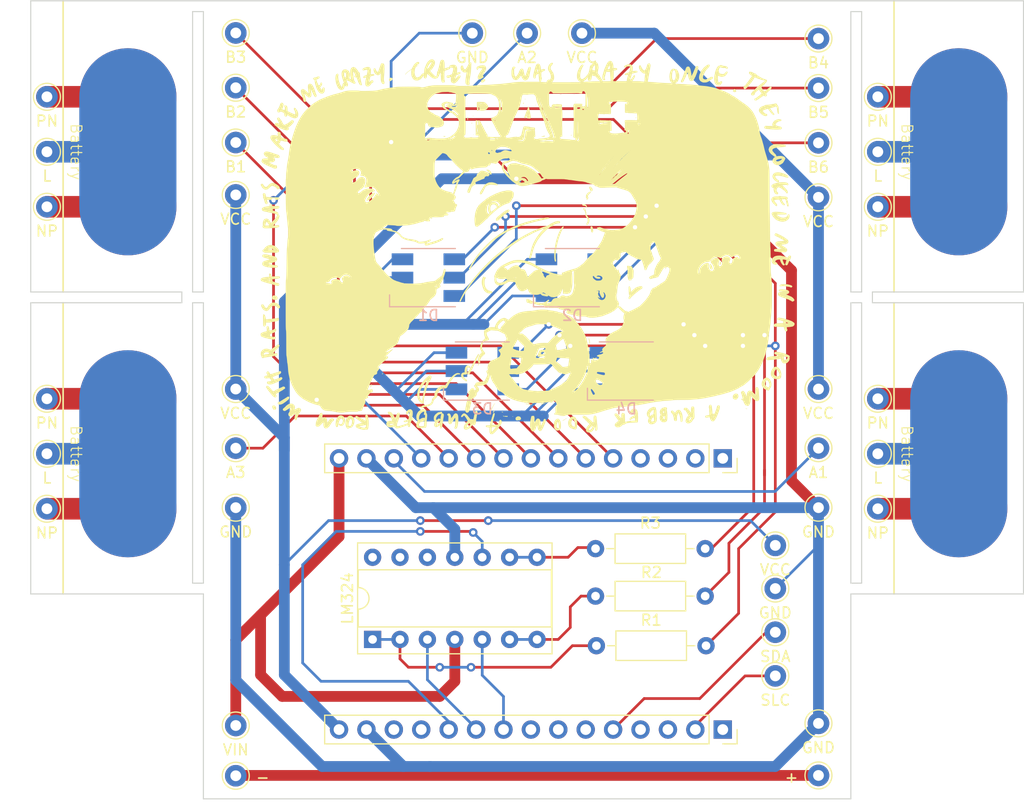
<source format=kicad_pcb>
(kicad_pcb (version 20221018) (generator pcbnew)
  (layers (0 "F.Cu" signal) (31 "B.Cu" signal) (34 "B.Paste" user) (35 "F.Paste" user) (36 "B.SilkS" user "B.Silkscreen") (37 "F.SilkS" user "F.Silkscreen") (38 "B.Mask" user) (39 "F.Mask" user) (44 "Edge.Cuts" user))
  (net 0 "")
  (net 1 "GND")
  (net 2 "Net-(D1-BA)")
  (net 3 "Net-(D1-GA)")
  (net 4 "Net-(D1-RA)")
  (net 5 "Net-(J1-Pin_10)")
  (net 6 "Net-(J1-Pin_9)")
  (net 7 "Net-(J1-Pin_8)")
  (net 8 "Net-(J1-Pin_7)")
  (net 9 "Net-(J1-Pin_6)")
  (net 10 "Net-(J1-Pin_5)")
  (net 11 "Net-(J1-Pin_13)")
  (net 12 "Net-(J1-Pin_12)")
  (net 13 "Net-(J1-Pin_11)")
  (net 14 "Net-(J2-Pin_15)")
  (net 15 "Net-(J1-Pin_15)")
  (net 21 "Net-(J2-Pin_2)")
  (net 24 "Net-(J2-Pin_5)")
  (net 28 "Net-(J2-Pin_9)")
  (net 29 "Net-(J2-Pin_10)")
  (net 30 "Net-(J2-Pin_11)")
  (net 33 "Net-(+1-Pad1)")
  (net 34 "Net-(U1C--)")
  (net 35 "Net-(U1B--)")
  (net 36 "Net-(U1A--)")
  (net 40 "unconnected-(L1-Pad1)")
  (net 41 "unconnected-(NP1-Pad1)")
  (net 42 "unconnected-(PN1-Pad1)")
  (footprint "Connector_Pin:Pin_D1.0mm_L10.0mm" (layer "F.Cu") (at 163 119.5)
    (fp_text reference "VCC" (at 0 2.25) (layer "F.SilkS"))
    (fp_text value "VCC")
    (pad "1" thru_hole circle (at 0 0) (size 2 2) (drill 1) (layers "*.Cu" "*.Mask") (net 14 "Net-(J2-Pin_15)"))
  )
  (footprint "Connector_Pin:Pin_D1.0mm_L10.0mm" (layer "F.Cu") (at 167 72.5)
    (fp_text reference "B4" (at 0 2.25) (layer "F.SilkS"))
    (fp_text value "Button")
    (pad "1" thru_hole circle (at 0 0) (size 2 2) (drill 1) (layers "*.Cu" "*.Mask") (net 8 "Net-(J1-Pin_7)"))
  )
  (footprint "Connector_Pin:Pin_D1.0mm_L10.0mm" (layer "F.Cu") (at 113 116)
    (fp_text reference "GND" (at 0 2.25) (layer "F.SilkS"))
    (fp_text value "GND")
    (pad "1" thru_hole circle (at 0 0) (size 2 2) (drill 1) (layers "*.Cu" "*.Mask") (net 1 "GND"))
  )
  (footprint "Connector_Pin:Pin_D1.0mm_L10.0mm" (layer "F.Cu") (at 167 110.4842)
    (fp_text reference "A1" (at 0 2.25) (layer "F.SilkS"))
    (fp_text value "Analog")
    (pad "1" thru_hole circle (at 0 0) (size 2 2) (drill 1) (layers "*.Cu" "*.Mask") (net 11 "Net-(J1-Pin_13)"))
  )
  (footprint "Connector_Pin:Pin_D1.0mm_L10.0mm" (layer "F.Cu") (at 95.5 111)
    (fp_text reference "L" (at 0 2.25) (layer "F.SilkS"))
    (fp_text value "L")
    (pad "1" thru_hole circle (at 0 0) (size 2 2) (drill 1) (layers "*.Cu" "*.Mask"))
  )
  (footprint "Resistor_THT:R_Axial_DIN0207_L6.3mm_D2.5mm_P10.16mm_Horizontal" (layer "F.Cu") (at 146.34 124.2)
    (fp_text reference "R2" (at 5.18 -2.2) (layer "F.SilkS"))
    (fp_text value "1k")
    (pad "1" thru_hole circle (at 0 0) (size 1.6 1.6) (drill 0.8) (layers "*.Cu" "*.Mask") (net 35 "Net-(U1B--)"))
    (pad "2" thru_hole oval (at 10.16 0) (size 1.6 1.6) (drill 0.8) (layers "*.Cu" "*.Mask") (net 3 "Net-(D1-GA)"))
  )
  (footprint "graphics.preety:LOGO" (layer "F.Cu") (at 140 91.8)
    (fp_text reference "G***" hide)
    (fp_text value "LOGO" hide)
  )
  (footprint "Connector_Pin:Pin_D1.0mm_L10.0mm" (layer "F.Cu") (at 95.5 77.9)
    (fp_text reference "PN" (at 0 2.25) (layer "F.SilkS"))
    (fp_text value "PN")
    (pad "1" thru_hole circle (at 0 0) (size 2 2) (drill 1) (layers "*.Cu" "*.Mask"))
  )
  (footprint "Connector_Pin:Pin_D1.0mm_L10.0mm" (layer "F.Cu") (at 167 105)
    (fp_text reference "VCC" (at 0 2.25) (layer "F.SilkS"))
    (fp_text value "VCC")
    (pad "1" thru_hole circle (at 0 0) (size 2 2) (drill 1) (layers "*.Cu" "*.Mask") (net 14 "Net-(J2-Pin_15)"))
  )
  (footprint "Connector_Pin:Pin_D1.0mm_L10.0mm" (layer "F.Cu") (at 95.5 83)
    (fp_text reference "L" (at 0 2.25) (layer "F.SilkS"))
    (fp_text value "L")
    (pad "1" thru_hole circle (at 0 0) (size 2 2) (drill 1) (layers "*.Cu" "*.Mask"))
  )
  (footprint "Connector_Pin:Pin_D1.0mm_L10.0mm" (layer "F.Cu") (at 172.5 116.1)
    (fp_text reference "NP" (at 0 2.25) (layer "F.SilkS"))
    (fp_text value "NP")
    (pad "1" thru_hole circle (at 0 0) (size 2 2) (drill 1) (layers "*.Cu" "*.Mask"))
  )
  (footprint "Connector_PinSocket_2.54mm:PinSocket_1x15_P2.54mm_Vertical" (layer "F.Cu") (at 158.13 111.425 -90)
    (fp_text reference "J1" hide)
    (fp_text value "ESP32_Socket_Top" hide)
    (pad "1" thru_hole rect locked (at 0 0 270) (size 1.7 1.7) (drill 1) (layers "*.Cu" "*.Mask"))
    (pad "2" thru_hole oval locked (at 0 2.54 270) (size 1.7 1.7) (drill 1) (layers "*.Cu" "*.Mask"))
    (pad "3" thru_hole oval locked (at 0 5.08 270) (size 1.7 1.7) (drill 1) (layers "*.Cu" "*.Mask"))
    (pad "4" thru_hole oval locked (at 0 7.62 270) (size 1.7 1.7) (drill 1) (layers "*.Cu" "*.Mask"))
    (pad "5" thru_hole oval locked (at 0 10.16 270) (size 1.7 1.7) (drill 1) (layers "*.Cu" "*.Mask") (net 10 "Net-(J1-Pin_5)"))
    (pad "6" thru_hole oval locked (at 0 12.7 270) (size 1.7 1.7) (drill 1) (layers "*.Cu" "*.Mask") (net 9 "Net-(J1-Pin_6)"))
    (pad "7" thru_hole oval locked (at 0 15.24 270) (size 1.7 1.7) (drill 1) (layers "*.Cu" "*.Mask") (net 8 "Net-(J1-Pin_7)"))
    (pad "8" thru_hole oval locked (at 0 17.78 270) (size 1.7 1.7) (drill 1) (layers "*.Cu" "*.Mask") (net 7 "Net-(J1-Pin_8)"))
    (pad "9" thru_hole oval locked (at 0 20.32 270) (size 1.7 1.7) (drill 1) (layers "*.Cu" "*.Mask") (net 6 "Net-(J1-Pin_9)"))
    (pad "10" thru_hole oval locked (at 0 22.86 270) (size 1.7 1.7) (drill 1) (layers "*.Cu" "*.Mask") (net 5 "Net-(J1-Pin_10)"))
    (pad "11" thru_hole oval locked (at 0 25.4 270) (size 1.7 1.7) (drill 1) (layers "*.Cu" "*.Mask") (net 13 "Net-(J1-Pin_11)"))
    (pad "12" thru_hole oval locked (at 0 27.94 270) (size 1.7 1.7) (drill 1) (layers "*.Cu" "*.Mask") (net 12 "Net-(J1-Pin_12)"))
    (pad "13" thru_hole oval locked (at 0 30.48 270) (size 1.7 1.7) (drill 1) (layers "*.Cu" "*.Mask") (net 11 "Net-(J1-Pin_13)"))
    (pad "14" thru_hole oval locked (at 0 33.02 270) (size 1.7 1.7) (drill 1) (layers "*.Cu" "*.Mask") (net 1 "GND"))
    (pad "15" thru_hole oval locked (at 0 35.56 270) (size 1.7 1.7) (drill 1) (layers "*.Cu" "*.Mask") (net 15 "Net-(J1-Pin_15)"))
  )
  (footprint "Connector_Pin:Pin_D1.0mm_L10.0mm" (layer "F.Cu") (at 167 87.22)
    (fp_text reference "VCC" (at 0 2.25) (layer "F.SilkS"))
    (fp_text value "VCC")
    (pad "1" thru_hole circle (at 0 0) (size 2 2) (drill 1) (layers "*.Cu" "*.Mask") (net 14 "Net-(J2-Pin_15)"))
  )
  (footprint "Connector_Pin:Pin_D1.0mm_L10.0mm" (layer "F.Cu") (at 163 123.5)
    (fp_text reference "GND" (at 0 2.25) (layer "F.SilkS"))
    (fp_text value "GND")
    (pad "1" thru_hole circle (at 0 0) (size 2 2) (drill 1) (layers "*.Cu" "*.Mask") (net 1 "GND"))
  )
  (footprint "Connector_Pin:Pin_D1.0mm_L10.0mm" (layer "F.Cu") (at 172.5 111)
    (fp_text reference "L" (at 0 2.25) (layer "F.SilkS"))
    (fp_text value "L")
    (pad "1" thru_hole circle (at 0 0) (size 2 2) (drill 1) (layers "*.Cu" "*.Mask"))
  )
  (footprint "Connector_Pin:Pin_D1.0mm_L10.0mm" (layer "F.Cu") (at 113 140.86)
    (fp_text reference "-" (at 2.5 0.14) (layer "F.SilkS"))
    (fp_text value "Battery Cathode")
    (pad "1" thru_hole circle (at 0 0) (size 2 2) (drill 1) (layers "*.Cu" "*.Mask") (net 33 "Net-(+1-Pad1)"))
  )
  (footprint "Connector_PinSocket_2.54mm:PinSocket_1x15_P2.54mm_Vertical" (layer "F.Cu") (at 158.13 136.575 -90)
    (fp_text reference "J2" hide)
    (fp_text value "ESP32_Socket_Bottom" hide)
    (pad "1" thru_hole rect locked (at 0 0 270) (size 1.7 1.7) (drill 1) (layers "*.Cu" "*.Mask"))
    (pad "2" thru_hole oval locked (at 0 2.54 270) (size 1.7 1.7) (drill 1) (layers "*.Cu" "*.Mask") (net 21 "Net-(J2-Pin_2)"))
    (pad "3" thru_hole oval locked (at 0 5.08 270) (size 1.7 1.7) (drill 1) (layers "*.Cu" "*.Mask"))
    (pad "4" thru_hole oval locked (at 0 7.62 270) (size 1.7 1.7) (drill 1) (layers "*.Cu" "*.Mask"))
    (pad "5" thru_hole oval locked (at 0 10.16 270) (size 1.7 1.7) (drill 1) (layers "*.Cu" "*.Mask") (net 24 "Net-(J2-Pin_5)"))
    (pad "6" thru_hole oval locked (at 0 12.7 270) (size 1.7 1.7) (drill 1) (layers "*.Cu" "*.Mask"))
    (pad "7" thru_hole oval locked (at 0 15.24 270) (size 1.7 1.7) (drill 1) (layers "*.Cu" "*.Mask"))
    (pad "8" thru_hole oval locked (at 0 17.78 270) (size 1.7 1.7) (drill 1) (layers "*.Cu" "*.Mask"))
    (pad "9" thru_hole oval locked (at 0 20.32 270) (size 1.7 1.7) (drill 1) (layers "*.Cu" "*.Mask") (net 28 "Net-(J2-Pin_9)"))
    (pad "10" thru_hole oval locked (at 0 22.86 270) (size 1.7 1.7) (drill 1) (layers "*.Cu" "*.Mask") (net 29 "Net-(J2-Pin_10)"))
    (pad "11" thru_hole oval locked (at 0 25.4 270) (size 1.7 1.7) (drill 1) (layers "*.Cu" "*.Mask") (net 30 "Net-(J2-Pin_11)"))
    (pad "12" thru_hole oval locked (at 0 27.94 270) (size 1.7 1.7) (drill 1) (layers "*.Cu" "*.Mask"))
    (pad "13" thru_hole oval locked (at 0 30.48 270) (size 1.7 1.7) (drill 1) (layers "*.Cu" "*.Mask"))
    (pad "14" thru_hole oval locked (at 0 33.02 270) (size 1.7 1.7) (drill 1) (layers "*.Cu" "*.Mask") (net 1 "GND"))
    (pad "15" thru_hole oval locked (at 0 35.56 270) (size 1.7 1.7) (drill 1) (layers "*.Cu" "*.Mask") (net 14 "Net-(J2-Pin_15)"))
  )
  (footprint "Connector_Pin:Pin_D1.0mm_L10.0mm" (layer "F.Cu") (at 113 82.14)
    (fp_text reference "B1" (at 0 2.25) (layer "F.SilkS"))
    (fp_text value "Button")
    (pad "1" thru_hole circle (at 0 0) (size 2 2) (drill 1) (layers "*.Cu" "*.Mask") (net 5 "Net-(J1-Pin_10)"))
  )
  (footprint "Connector_Pin:Pin_D1.0mm_L10.0mm" (layer "F.Cu") (at 113 110.4842)
    (fp_text reference "A3" (at 0 2.25) (layer "F.SilkS"))
    (fp_text value "Analog")
    (pad "1" thru_hole circle (at 0 0) (size 2 2) (drill 1) (layers "*.Cu" "*.Mask") (net 13 "Net-(J1-Pin_11)"))
  )
  (footprint "Connector_Pin:Pin_D1.0mm_L10.0mm" (layer "F.Cu") (at 167 116)
    (fp_text reference "GND" (at 0 2.25) (layer "F.SilkS"))
    (fp_text value "GND")
    (pad "1" thru_hole circle (at 0 0) (size 2 2) (drill 1) (layers "*.Cu" "*.Mask") (net 1 "GND"))
  )
  (footprint "Connector_Pin:Pin_D1.0mm_L10.0mm" (layer "F.Cu") (at 113 105)
    (fp_text reference "VCC" (at 0 2.25) (layer "F.SilkS"))
    (fp_text value "VCC")
    (pad "1" thru_hole circle (at 0 0) (size 2 2) (drill 1) (layers "*.Cu" "*.Mask") (net 14 "Net-(J2-Pin_15)"))
  )
  (footprint "Package_DIP:DIP-14_W7.62mm_Socket" (layer "F.Cu") (at 125.68 128.22 90)
    (fp_text reference "LM324" (at 3.81 -2.33 90) (layer "F.SilkS"))
    (fp_text value "LM324")
    (pad "1" thru_hole rect (at 0 0 90) (size 1.6 1.6) (drill 0.8) (layers "*.Cu" "*.Mask") (net 36 "Net-(U1A--)"))
    (pad "2" thru_hole oval (at 0 2.54 90) (size 1.6 1.6) (drill 0.8) (layers "*.Cu" "*.Mask") (net 36 "Net-(U1A--)"))
    (pad "3" thru_hole oval (at 0 5.08 90) (size 1.6 1.6) (drill 0.8) (layers "*.Cu" "*.Mask") (net 29 "Net-(J2-Pin_10)"))
    (pad "4" thru_hole oval (at 0 7.62 90) (size 1.6 1.6) (drill 0.8) (layers "*.Cu" "*.Mask") (net 15 "Net-(J1-Pin_15)"))
    (pad "5" thru_hole oval (at 0 10.16 90) (size 1.6 1.6) (drill 0.8) (layers "*.Cu" "*.Mask") (net 28 "Net-(J2-Pin_9)"))
    (pad "6" thru_hole oval (at 0 12.7 90) (size 1.6 1.6) (drill 0.8) (layers "*.Cu" "*.Mask") (net 35 "Net-(U1B--)"))
    (pad "7" thru_hole oval (at 0 15.24 90) (size 1.6 1.6) (drill 0.8) (layers "*.Cu" "*.Mask") (net 35 "Net-(U1B--)"))
    (pad "8" thru_hole oval (at 7.62 15.24 90) (size 1.6 1.6) (drill 0.8) (layers "*.Cu" "*.Mask") (net 34 "Net-(U1C--)"))
    (pad "9" thru_hole oval (at 7.62 12.7 90) (size 1.6 1.6) (drill 0.8) (layers "*.Cu" "*.Mask") (net 34 "Net-(U1C--)"))
    (pad "10" thru_hole oval (at 7.62 10.16 90) (size 1.6 1.6) (drill 0.8) (layers "*.Cu" "*.Mask") (net 30 "Net-(J2-Pin_11)"))
    (pad "11" thru_hole oval (at 7.62 7.62 90) (size 1.6 1.6) (drill 0.8) (layers "*.Cu" "*.Mask") (net 1 "GND"))
    (pad "12" thru_hole oval (at 7.62 5.08 90) (size 1.6 1.6) (drill 0.8) (layers "*.Cu" "*.Mask"))
    (pad "13" thru_hole oval (at 7.62 2.54 90) (size 1.6 1.6) (drill 0.8) (layers "*.Cu" "*.Mask"))
    (pad "14" thru_hole oval (at 7.62 0 90) (size 1.6 1.6) (drill 0.8) (layers "*.Cu" "*.Mask"))
  )
  (footprint "Connector_Pin:Pin_D1.0mm_L10.0mm" (layer "F.Cu") (at 113 136.2)
    (fp_text reference "VIN" (at 0 2.25) (layer "F.SilkS"))
    (fp_text value "VIN")
    (pad "1" thru_hole circle (at 0 0) (size 2 2) (drill 1) (layers "*.Cu" "*.Mask") (net 15 "Net-(J1-Pin_15)"))
  )
  (footprint "Custom Lib:SRAT+ Battery Housing" (layer "F.Cu") (at 103 83 -90)
    (fp_text reference "Battery" (at 0 4.8 -90 unlocked) (layer "F.SilkS") (effects (font (thickness 0.1))))
    (fp_text value "SRAT+ Battery Housing")
    (pad "1" smd roundrect (at -5.1 0 270) (size 9 9) (layers "F.Cu" "F.Paste" "F.Mask") (roundrect_rratio 0.5))
    (pad "2" smd roundrect (at 5.1 0 270) (size 9 9) (layers "F.Cu" "F.Paste" "F.Mask") (roundrect_rratio 0.5))
    (pad "3" smd roundrect (at 0 0 270) (size 19.2 9) (layers "B.Cu" "B.Paste" "B.Mask") (roundrect_rratio 0.5))
  )
  (footprint "Connector_Pin:Pin_D1.0mm_L10.0mm" (layer "F.Cu") (at 95.5 88.1)
    (fp_text reference "NP" (at 0 2.25) (layer "F.SilkS"))
    (fp_text value "NP")
    (pad "1" thru_hole circle (at 0 0) (size 2 2) (drill 1) (layers "*.Cu" "*.Mask") (net 41 "unconnected-(NP1-Pad1)"))
  )
  (footprint "Connector_Pin:Pin_D1.0mm_L10.0mm" (layer "F.Cu") (at 172.5 77.9)
    (fp_text reference "PN" (at 0 2.25) (layer "F.SilkS"))
    (fp_text value "PN")
    (pad "1" thru_hole circle (at 0 0) (size 2 2) (drill 1) (layers "*.Cu" "*.Mask"))
  )
  (footprint "Connector_Pin:Pin_D1.0mm_L10.0mm" (layer "F.Cu") (at 167 77.09)
    (fp_text reference "B5" (at 0 2.25) (layer "F.SilkS"))
    (fp_text value "Button")
    (pad "1" thru_hole circle (at 0 0) (size 2 2) (drill 1) (layers "*.Cu" "*.Mask") (net 9 "Net-(J1-Pin_6)"))
  )
  (footprint "Connector_Pin:Pin_D1.0mm_L10.0mm" (layer "F.Cu") (at 95.5 116.1)
    (fp_text reference "NP" (at 0 2.25) (layer "F.SilkS"))
    (fp_text value "NP")
    (pad "1" thru_hole circle (at 0 0) (size 2 2) (drill 1) (layers "*.Cu" "*.Mask"))
  )
  (footprint "Custom Lib:SRAT+ Battery Housing" (layer "F.Cu") (at 103 111 -90)
    (fp_text reference "Battery" (at 0 4.8 -90 unlocked) (layer "F.SilkS") (effects (font (thickness 0.1))))
    (fp_text value "SRAT+ Battery Housing")
    (pad "1" smd roundrect (at -5.1 0 270) (size 9 9) (layers "F.Cu" "F.Paste" "F.Mask") (roundrect_rratio 0.5))
    (pad "2" smd roundrect (at 5.1 0 270) (size 9 9) (layers "F.Cu" "F.Paste" "F.Mask") (roundrect_rratio 0.5))
    (pad "3" smd roundrect (at 0 0 270) (size 19.2 9) (layers "B.Cu" "B.Paste" "B.Mask") (roundrect_rratio 0.5))
  )
  (footprint "Connector_Pin:Pin_D1.0mm_L10.0mm" (layer "F.Cu") (at 163 127.55)
    (fp_text reference "SDA" (at 0 2.25) (layer "F.SilkS"))
    (fp_text value "SDA")
    (pad "1" thru_hole circle (at 0 0) (size 2 2) (drill 1) (layers "*.Cu" "*.Mask") (net 24 "Net-(J2-Pin_5)"))
  )
  (footprint "Connector_Pin:Pin_D1.0mm_L10.0mm" (layer "F.Cu") (at 113 87)
    (fp_text reference "VCC" (at 0 2.25) (layer "F.SilkS"))
    (fp_text value "VCC")
    (pad "1" thru_hole circle (at 0 0) (size 2 2) (drill 1) (layers "*.Cu" "*.Mask") (net 14 "Net-(J2-Pin_15)"))
  )
  (footprint "Custom Lib:SRAT+ Battery Housing" (layer "F.Cu") (at 180 111 -90)
    (fp_text reference "Battery" (at 0 4.8 -90 unlocked) (layer "F.SilkS") (effects (font (thickness 0.1))))
    (fp_text value "SRAT+ Battery Housing")
    (pad "1" smd roundrect (at -5.1 0 270) (size 9 9) (layers "F.Cu" "F.Paste" "F.Mask") (roundrect_rratio 0.5))
    (pad "2" smd roundrect (at 5.1 0 270) (size 9 9) (layers "F.Cu" "F.Paste" "F.Mask") (roundrect_rratio 0.5))
    (pad "3" smd roundrect (at 0 0 270) (size 19.2 9) (layers "B.Cu" "B.Paste" "B.Mask") (roundrect_rratio 0.5))
  )
  (footprint "Connector_Pin:Pin_D1.0mm_L10.0mm" (layer "F.Cu") (at 167 140.83)
    (fp_text reference "+" (at -2.5 0.17) (layer "F.SilkS"))
    (fp_text value "Battery Anode")
    (pad "1" thru_hole circle (at 0 0) (size 2 2) (drill 1) (layers "*.Cu" "*.Mask") (net 33 "Net-(+1-Pad1)"))
  )
  (footprint "Custom Lib:SRAT+ Battery Housing" (layer "F.Cu") (at 180 83 -90)
    (fp_text reference "Battery" (at 0 4.8 -90 unlocked) (layer "F.SilkS") (effects (font (thickness 0.1))))
    (fp_text value "SRAT+ Battery Housing")
    (pad "1" smd roundrect (at -5.1 0 270) (size 9 9) (layers "F.Cu" "F.Paste" "F.Mask") (roundrect_rratio 0.5))
    (pad "2" smd roundrect (at 5.1 0 270) (size 9 9) (layers "F.Cu" "F.Paste" "F.Mask") (roundrect_rratio 0.5))
    (pad "3" smd roundrect (at 0 0 270) (size 19.2 9) (layers "B.Cu" "B.Paste" "B.Mask") (roundrect_rratio 0.5))
  )
  (footprint "Resistor_THT:R_Axial_DIN0207_L6.3mm_D2.5mm_P10.16mm_Horizontal" (layer "F.Cu") (at 146.42 128.8)
    (fp_text reference "R1" (at 5.08 -2.37) (layer "F.SilkS"))
    (fp_text value "1k")
    (pad "1" thru_hole circle (at 0 0) (size 1.6 1.6) (drill 0.8) (layers "*.Cu" "*.Mask") (net 36 "Net-(U1A--)"))
    (pad "2" thru_hole oval (at 10.16 0) (size 1.6 1.6) (drill 0.8) (layers "*.Cu" "*.Mask") (net 4 "Net-(D1-RA)"))
  )
  (footprint "Connector_Pin:Pin_D1.0mm_L10.0mm" (layer "F.Cu") (at 134.92 72)
    (fp_text reference "GND" (at 0 2.25) (layer "F.SilkS"))
    (fp_text value "GND")
    (pad "1" thru_hole circle (at 0 0) (size 2 2) (drill 1) (layers "*.Cu" "*.Mask") (net 1 "GND"))
  )
  (footprint "Connector_Pin:Pin_D1.0mm_L10.0mm" (layer "F.Cu") (at 172.5 105.9)
    (fp_text reference "PN" (at 0 2.25) (layer "F.SilkS"))
    (fp_text value "PN")
    (pad "1" thru_hole circle (at 0 0) (size 2 2) (drill 1) (layers "*.Cu" "*.Mask"))
  )
  (footprint "Connector_Pin:Pin_D1.0mm_L10.0mm" (layer "F.Cu") (at 167 136)
    (fp_text reference "GND" (at 0 2.25) (layer "F.SilkS"))
    (fp_text value "GND")
    (pad "1" thru_hole circle (at 0 0) (size 2 2) (drill 1) (layers "*.Cu" "*.Mask") (net 1 "GND"))
  )
  (footprint "Connector_Pin:Pin_D1.0mm_L10.0mm" (layer "F.Cu") (at 113 71.98)
    (fp_text reference "B3" (at 0 2.25) (layer "F.SilkS"))
    (fp_text value "Button")
    (pad "1" thru_hole circle (at 0 0) (size 2 2) (drill 1) (layers "*.Cu" "*.Mask") (net 7 "Net-(J1-Pin_8)"))
  )
  (footprint "Connector_Pin:Pin_D1.0mm_L10.0mm" (layer "F.Cu") (at 145.08 72)
    (fp_text reference "VCC" (at 0 2.25) (layer "F.SilkS"))
    (fp_text value "VCC")
    (pad "1" thru_hole circle (at 0 0) (size 2 2) (drill 1) (layers "*.Cu" "*.Mask") (net 14 "Net-(J2-Pin_15)"))
  )
  (footprint "Connector_Pin:Pin_D1.0mm_L10.0mm" (layer "F.Cu") (at 167 82.17)
    (fp_text reference "B6" (at 0 2.25) (layer "F.SilkS"))
    (fp_text value "Button")
    (pad "1" thru_hole circle (at 0 0) (size 2 2) (drill 1) (layers "*.Cu" "*.Mask") (net 10 "Net-(J1-Pin_5)"))
  )
  (footprint "Connector_Pin:Pin_D1.0mm_L10.0mm" (layer "F.Cu") (at 113 77.06)
    (fp_text reference "B2" (at 0 2.25) (layer "F.SilkS"))
    (fp_text value "Button")
    (pad "1" thru_hole circle (at 0 0) (size 2 2) (drill 1) (layers "*.Cu" "*.Mask") (net 6 "Net-(J1-Pin_9)"))
  )
  (footprint "Resistor_THT:R_Axial_DIN0207_L6.3mm_D2.5mm_P10.16mm_Horizontal" (layer "F.Cu") (at 146.34 119.8)
    (fp_text reference "R3" (at 5.08 -2.37) (layer "F.SilkS"))
    (fp_text value "1k")
    (pad "1" thru_hole circle (at 0 0) (size 1.6 1.6) (drill 0.8) (layers "*.Cu" "*.Mask") (net 34 "Net-(U1C--)"))
    (pad "2" thru_hole oval (at 10.16 0) (size 1.6 1.6) (drill 0.8) (layers "*.Cu" "*.Mask") (net 2 "Net-(D1-BA)"))
  )
  (footprint "Connector_Pin:Pin_D1.0mm_L10.0mm" (layer "F.Cu") (at 172.5 83)
    (fp_text reference "L" (at 0 2.25) (layer "F.SilkS"))
    (fp_text value "L")
    (pad "1" thru_hole circle (at 0 0) (size 2 2) (drill 1) (layers "*.Cu" "*.Mask"))
  )
  (footprint "Connector_Pin:Pin_D1.0mm_L10.0mm" (layer "F.Cu") (at 172.5 88.1)
    (fp_text reference "NP" (at 0 2.25) (layer "F.SilkS"))
    (fp_text value "NP")
    (pad "1" thru_hole circle (at 0 0) (size 2 2) (drill 1) (layers "*.Cu" "*.Mask") (net 41 "unconnected-(NP1-Pad1)"))
  )
  (footprint "Connector_Pin:Pin_D1.0mm_L10.0mm" (layer "F.Cu") (at 95.5 105.9)
    (fp_text reference "PN" (at 0 2.25) (layer "F.SilkS"))
    (fp_text value "PN")
    (pad "1" thru_hole circle (at 0 0) (size 2 2) (drill 1) (layers "*.Cu" "*.Mask"))
  )
  (footprint "Connector_Pin:Pin_D1.0mm_L10.0mm" (layer "F.Cu") (at 140 72)
    (fp_text reference "A2" (at 0 2.25) (layer "F.SilkS"))
    (fp_text value "Analog")
    (pad "1" thru_hole circle (at 0 0) (size 2 2) (drill 1) (layers "*.Cu" "*.Mask") (net 12 "Net-(J1-Pin_12)"))
  )
  (footprint "Connector_Pin:Pin_D1.0mm_L10.0mm" (layer "F.Cu") (at 163 131.6)
    (fp_text reference "SLC" (at 0 2.25) (layer "F.SilkS"))
    (fp_text value "SLC")
    (pad "1" thru_hole circle (at 0 0) (size 2 2) (drill 1) (layers "*.Cu" "*.Mask") (net 21 "Net-(J2-Pin_2)"))
  )
  (footprint "LED_SMD:LED_RGB_5050-6" (layer "B.Cu") (at 135.8513 103.3302)
    (fp_text reference "D3" (at 0 3.5) (layer "B.SilkS") (effects (justify mirror)))
    (fp_text value "LED_RGB")
    (pad "1" smd rect locked (at -2.4 1.7 270) (size 1.1 2) (layers "B.Cu" "B.Paste" "B.Mask") (net 1 "GND"))
    (pad "2" smd rect locked (at -2.4 0 270) (size 1.1 2) (layers "B.Cu" "B.Paste" "B.Mask") (net 1 "GND"))
    (pad "3" smd rect locked (at -2.4 -1.7 270) (size 1.1 2) (layers "B.Cu" "B.Paste" "B.Mask") (net 1 "GND"))
    (pad "4" smd rect locked (at 2.4 -1.7 270) (size 1.1 2) (layers "B.Cu" "B.Paste" "B.Mask") (net 2 "Net-(D1-BA)"))
    (pad "5" smd rect locked (at 2.4 0 270) (size 1.1 2) (layers "B.Cu" "B.Paste" "B.Mask") (net 3 "Net-(D1-GA)"))
    (pad "6" smd rect locked (at 2.4 1.7 270) (size 1.1 2) (layers "B.Cu" "B.Paste" "B.Mask") (net 4 "Net-(D1-RA)"))
  )
  (footprint "LED_SMD:LED_RGB_5050-6" (layer "B.Cu") (at 130.8513 94.6699)
    (fp_text reference "D1" (at 0 3.5) (layer "B.SilkS") (effects (justify mirror)))
    (fp_text value "LED_RGB")
    (pad "1" smd rect locked (at -2.4 1.7 270) (size 1.1 2) (layers "B.Cu" "B.Paste" "B.Mask") (net 1 "GND"))
    (pad "2" smd rect locked (at -2.4 0 270) (size 1.1 2) (layers "B.Cu" "B.Paste" "B.Mask") (net 1 "GND"))
    (pad "3" smd rect locked (at -2.4 -1.7 270) (size 1.1 2) (layers "B.Cu" "B.Paste" "B.Mask") (net 1 "GND"))
    (pad "4" smd rect locked (at 2.4 -1.7 270) (size 1.1 2) (layers "B.Cu" "B.Paste" "B.Mask") (net 2 "Net-(D1-BA)"))
    (pad "5" smd rect locked (at 2.4 0 270) (size 1.1 2) (layers "B.Cu" "B.Paste" "B.Mask") (net 3 "Net-(D1-GA)"))
    (pad "6" smd rect locked (at 2.4 1.7 270) (size 1.1 2) (layers "B.Cu" "B.Paste" "B.Mask") (net 4 "Net-(D1-RA)"))
  )
  (footprint "LED_SMD:LED_RGB_5050-6" (layer "B.Cu") (at 149.1913 103.3302)
    (fp_text reference "D4" (at 0 3.5) (layer "B.SilkS") (effects (justify mirror)))
    (fp_text value "LED_RGB")
    (pad "1" smd rect locked (at -2.4 1.7 270) (size 1.1 2) (layers "B.Cu" "B.Paste" "B.Mask") (net 1 "GND"))
    (pad "2" smd rect locked (at -2.4 0 270) (size 1.1 2) (layers "B.Cu" "B.Paste" "B.Mask") (net 1 "GND"))
    (pad "3" smd rect locked (at -2.4 -1.7 270) (size 1.1 2) (layers "B.Cu" "B.Paste" "B.Mask") (net 1 "GND"))
    (pad "4" smd rect locked (at 2.4 -1.7 270) (size 1.1 2) (layers "B.Cu" "B.Paste" "B.Mask") (net 2 "Net-(D1-BA)"))
    (pad "5" smd rect locked (at 2.4 0 270) (size 1.1 2) (layers "B.Cu" "B.Paste" "B.Mask") (net 3 "Net-(D1-GA)"))
    (pad "6" smd rect locked (at 2.4 1.7 270) (size 1.1 2) (layers "B.Cu" "B.Paste" "B.Mask") (net 4 "Net-(D1-RA)"))
  )
  (footprint "LED_SMD:LED_RGB_5050-6" (layer "B.Cu") (at 144.1913 94.6699)
    (fp_text reference "D2" (at 0 3.5) (layer "B.SilkS") (effects (justify mirror)))
    (fp_text value "LED_RGB")
    (pad "1" smd rect locked (at -2.4 1.7 270) (size 1.1 2) (layers "B.Cu" "B.Paste" "B.Mask") (net 1 "GND"))
    (pad "2" smd rect locked (at -2.4 0 270) (size 1.1 2) (layers "B.Cu" "B.Paste" "B.Mask") (net 1 "GND"))
    (pad "3" smd rect locked (at -2.4 -1.7 270) (size 1.1 2) (layers "B.Cu" "B.Paste" "B.Mask") (net 1 "GND"))
    (pad "4" smd rect locked (at 2.4 -1.7 270) (size 1.1 2) (layers "B.Cu" "B.Paste" "B.Mask") (net 2 "Net-(D1-BA)"))
    (pad "5" smd rect locked (at 2.4 0 270) (size 1.1 2) (layers "B.Cu" "B.Paste" "B.Mask") (net 3 "Net-(D1-GA)"))
    (pad "6" smd rect locked (at 2.4 1.7 270) (size 1.1 2) (layers "B.Cu" "B.Paste" "B.Mask") (net 4 "Net-(D1-RA)"))
  )
  (gr_line (start 174 69) (end 174 96) (stroke (width 0.15)) (layer "F.SilkS"))
  (gr_line (start 97 97) (end 97 124) (stroke (width 0.15)) (layer "F.SilkS"))
  (gr_line (start 97 69) (end 97 96) (stroke (width 0.15)) (layer "F.SilkS"))
  (gr_line (start 174 97) (end 174 124) (stroke (width 0.15)) (layer "F.SilkS"))
  (gr_line locked (start 171 70) (end 170 70) (stroke (width 0.1)) (layer "Edge.Cuts"))
  (gr_line locked (start 109 96) (end 110 96) (stroke (width 0.1)) (layer "Edge.Cuts"))
  (gr_line locked (start 172 96) (end 172 97) (stroke (width 0.1)) (layer "Edge.Cuts"))
  (gr_line locked (start 110 97) (end 109 97) (stroke (width 0.1)) (layer "Edge.Cuts"))
  (gr_line locked (start 170 124) (end 170 143) (stroke (width 0.1)) (layer "Edge.Cuts"))
  (gr_line locked (start 172 97) (end 186 97) (stroke (width 0.1)) (layer "Edge.Cuts"))
  (gr_line locked (start 170 97) (end 171 97) (stroke (width 0.1)) (layer "Edge.Cuts"))
  (gr_line locked (start 109 70) (end 109 96) (stroke (width 0.1)) (layer "Edge.Cuts"))
  (gr_line locked (start 109 97) (end 109 123) (stroke (width 0.1)) (layer "Edge.Cuts"))
  (gr_line locked (start 94 69) (end 186 69) (stroke (width 0.1)) (layer "Edge.Cuts"))
  (gr_line locked (start 170 123) (end 170 97) (stroke (width 0.1)) (layer "Edge.Cuts"))
  (gr_line locked (start 170 96) (end 170 70) (stroke (width 0.1)) (layer "Edge.Cuts"))
  (gr_line locked (start 110 124) (end 94 124) (stroke (width 0.1)) (layer "Edge.Cuts"))
  (gr_line locked (start 186 97) (end 186 124) (stroke (width 0.1)) (layer "Edge.Cuts"))
  (gr_line locked (start 172 96) (end 186 96) (stroke (width 0.1)) (layer "Edge.Cuts"))
  (gr_line locked (start 94 96) (end 94 69) (stroke (width 0.1)) (layer "Edge.Cuts"))
  (gr_line locked (start 110 143) (end 170 143) (stroke (width 0.1)) (layer "Edge.Cuts"))
  (gr_line locked (start 186 124) (end 170 124) (stroke (width 0.1)) (layer "Edge.Cuts"))
  (gr_line locked (start 110 70) (end 109 70) (stroke (width 0.1)) (layer "Edge.Cuts"))
  (gr_line locked (start 109 123) (end 110 123) (stroke (width 0.1)) (layer "Edge.Cuts"))
  (gr_line locked (start 170 96) (end 171 96) (stroke (width 0.1)) (layer "Edge.Cuts"))
  (gr_line locked (start 94 97) (end 108 97) (stroke (width 0.1)) (layer "Edge.Cuts"))
  (gr_line locked (start 108 96) (end 94 96) (stroke (width 0.1)) (layer "Edge.Cuts"))
  (gr_line locked (start 94 124) (end 94 97) (stroke (width 0.1)) (layer "Edge.Cuts"))
  (gr_line locked (start 110 97) (end 110 123) (stroke (width 0.1)) (layer "Edge.Cuts"))
  (gr_line locked (start 171 123) (end 170 123) (stroke (width 0.1)) (layer "Edge.Cuts"))
  (gr_line locked (start 171 97) (end 171 123) (stroke (width 0.1)) (layer "Edge.Cuts"))
  (gr_line locked (start 108 97) (end 108 96) (stroke (width 0.1)) (layer "Edge.Cuts"))
  (gr_line locked (start 110 70) (end 110 96) (stroke (width 0.1)) (layer "Edge.Cuts"))
  (gr_line locked (start 110 124) (end 110 143) (stroke (width 0.1)) (layer "Edge.Cuts"))
  (gr_line locked (start 171 96) (end 171 70) (stroke (width 0.1)) (layer "Edge.Cuts"))
  (gr_line locked (start 186 69) (end 186 96) (stroke (width 0.1)) (layer "Edge.Cuts"))
  (segment (start 164.5 113.5) (end 164.5 94) (width 1) (layer "F.Cu") (net 1))
  (segment (start 164.5 94) (end 156 85.5) (width 1) (layer "F.Cu") (net 1))
  (segment (start 135.5 82) (end 139 85.5) (width 0.25) (layer "F.Cu") (net 1))
  (segment (start 156 85.5) (end 139 85.5) (width 1) (layer "F.Cu") (net 1))
  (segment (start 127.5 82) (end 135.5 82) (width 0.25) (layer "F.Cu") (net 1))
  (segment (start 167 116) (end 164.5 113.5) (width 1) (layer "F.Cu") (net 1))
  (segment (start 127.4 82.1) (end 127.5 82) (width 0.25) (layer "F.Cu") (net 1))
  (via (at 139 85.5) (size 0.8) (drill 0.4) (layers "F.Cu" "B.Cu") (net 1))
  (via (at 127.4 82.1) (size 0.8) (drill 0.4) (layers "F.Cu" "B.Cu") (net 1))
  (segment (start 163 123.5) (end 166.8 119.7) (width 0.25) (layer "B.Cu") (net 1))
  (segment (start 133.4513 105.0302) (end 129.9698 105.0302) (width 0.25) (layer "B.Cu") (net 1))
  (segment (start 125.11 136.575) (end 128.535 140) (width 1) (layer "B.Cu") (net 1))
  (segment (start 146.7913 103.3302) (end 144.6698 103.3302) (width 0.25) (layer "B.Cu") (net 1))
  (segment (start 128.4513 92.9699) (end 127.5301 92.9699) (width 0.25) (layer "B.Cu") (net 1))
  (segment (start 141.7913 92.9699) (end 140.0301 92.9699) (width 0.25) (layer "B.Cu") (net 1))
  (segment (start 141.7913 94.6699) (end 139.3301 94.6699) (width 0.25) (layer "B.Cu") (net 1))
  (segment (start 128.4513 96.3699) (end 127.1301 96.3699) (width 0.25) (layer "B.Cu") (net 1))
  (segment (start 127.3301 94.6699) (end 125 97) (width 0.25) (layer "B.Cu") (net 1))
  (segment (start 139.3301 94.6699) (end 135 99) (width 0.25) (layer "B.Cu") (net 1))
  (segment (start 140.0301 92.9699) (end 134 99) (width 0.25) (layer "B.Cu") (net 1))
  (segment (start 125 97) (end 125 95.5) (width 1) (layer "B.Cu") (net 1))
  (segment (start 132.1 85.5) (end 139 85.5) (width 1) (layer "B.Cu") (net 1))
  (segment (start 146.7913 101.6302) (end 146.3698 101.6302) (width 0.25) (layer "B.Cu") (net 1))
  (segment (start 125 98.5) (end 125 97) (width 1) (layer "B.Cu") (net 1))
  (segment (start 121 140) (end 131 140) (width 1) (layer "B.Cu") (net 1))
  (segment (start 133.4513 103.3302) (end 130.6698 103.3302) (width 0.25) (layer "B.Cu") (net 1))
  (segment (start 125 102.5) (end 125 101) (width 1) (layer "B.Cu") (net 1))
  (segment (start 127.75 105.25) (end 127.5 105) (width 1) (layer "B.Cu") (net 1))
  (segment (start 139.5 107.5) (end 130 107.5) (width 1) (layer "B.Cu") (net 1))
  (segment (start 130 72) (end 134.92 72) (width 0.25) (layer "B.Cu") (net 1))
  (segment (start 125 100.5) (end 125 100) (width 1) (layer "B.Cu") (net 1))
  (segment (start 146.7913 101.6302) (end 145.3698 101.6302) (width 0.25) (layer "B.Cu") (net 1))
  (segment (start 136 99) (end 135 99) (width 1) (layer "B.Cu") (net 1))
  (segment (start 128.25 105.75) (end 127.75 105.25) (width 1) (layer "B.Cu") (net 1))
  (segment (start 163 140) (end 167 136) (width 1) (layer "B.Cu") (net 1))
  (segment (start 131.3 116) (end 167 116) (width 1) (layer "B.Cu") (net 1))
  (segment (start 113 116) (end 113 132) (width 1) (layer "B.Cu") (net 1))
  (segment (start 128.535 140) (end 131 140) (width 0.25) (layer "B.Cu") (net 1))
  (segment (start 130.6698 103.3302) (end 128.25 105.75) (width 0.25) (layer "B.Cu") (net 1))
  (segment (start 129.685 116) (end 131.3 116) (width 1) (layer "B.Cu") (net 1))
  (segment (start 140.5 107.5) (end 139.5 107.5) (width 1) (layer "B.Cu") (net 1))
  (segment (start 143.9698 105.0302) (end 141.5 107.5) (width 0.25) (layer "B.Cu") (net 1))
  (segment (start 166.8 119.7) (end 167 119.7) (width 0.25) (layer "B.Cu") (net 1))
  (segment (start 141.7913 96.3699) (end 138.6301 96.3699) (width 0.25) (layer "B.Cu") (net 1))
  (segment (start 133.3 120.6) (end 133.3 118) (width 1) (layer "B.Cu") (net 1))
  (segment (start 145.3698 101.6302) (end 139.5 107.5) (width 0.25) (layer "B.Cu") (net 1))
  (segment (start 127.5 105) (end 126 103.5) (width 1) (layer "B.Cu") (net 1))
  (segment (start 128.75 106.25) (end 128.25 105.75) (width 1) (layer "B.Cu") (net 1))
  (segment (start 113 132) (end 121 140) (width 1) (layer "B.Cu") (net 1))
  (segment (start 127.1301 96.3699) (end 125 98.5) (width 0.25) (layer "B.Cu") (net 1))
  (segment (start 126.5 99) (end 125 100.5) (width 1) (layer "B.Cu") (net 1))
  (segment (start 127.4 82.1) (end 127.4 74.6) (width 0.25) (layer "B.Cu") (net 1))
  (segment (start 125.11 111.425) (end 129.685 116) (width 1) (layer "B.Cu") (net 1))
  (segment (start 144.6698 103.3302) (end 140.5 107.5) (width 0.25) (layer "B.Cu") (net 1))
  (segment (start 146.7913 105.0302) (end 143.9698 105.0302) (width 0.25) (layer "B.Cu") (net 1))
  (segment (start 130 107.5) (end 128.75 106.25) (width 1) (layer "B.Cu") (net 1))
  (segment (start 127.5301 92.9699) (end 125 95.5) (width 0.25) (layer "B.Cu") (net 1))
  (segment (start 129.9698 105.0302) (end 128.75 106.25) (width 0.25) (layer "B.Cu") (net 1))
  (segment (start 133.4513 101.6302) (end 131.3698 101.6302) (width 0.25) (layer "B.Cu") (net 1))
  (segment (start 141.5 107.5) (end 140.5 107.5) (width 1) (layer "B.Cu") (net 1))
  (segment (start 125.8302 103.3302) (end 125 102.5) (width 1) (layer "B.Cu") (net 1))
  (segment (start 125 92.6) (end 132.1 85.5) (width 1) (layer "B.Cu") (net 1))
  (segment (start 125 95.5) (end 125 92.6) (width 1) (layer "B.Cu") (net 1))
  (segment (start 128.4513 94.6699) (end 127.3301 94.6699) (width 0.25) (layer "B.Cu") (net 1))
  (segment (start 167 116) (end 167 136) (width 1) (layer "B.Cu") (net 1))
  (segment (start 127.4 74.6) (end 130 72) (width 0.25) (layer "B.Cu") (net 1))
  (segment (start 131.3698 101.6302) (end 127.75 105.25) (width 0.25) (layer "B.Cu") (net 1))
  (segment (start 138.6301 96.3699) (end 136 99) (width 0.25) (layer "B.Cu") (net 1))
  (segment (start 125 101) (end 125 100.5) (width 1) (layer "B.Cu") (net 1))
  (segment (start 131 140) (end 163 140) (width 1) (layer "B.Cu") (net 1))
  (segment (start 135 99) (end 126.5 99) (width 1) (layer "B.Cu") (net 1))
  (segment (start 126 103.5) (end 125 102.5) (width 0.25) (layer "B.Cu") (net 1))
  (segment (start 125 100) (end 125 98.5) (width 1) (layer "B.Cu") (net 1))
  (segment (start 133.3 118) (end 131.3 116) (width 1) (layer "B.Cu") (net 1))
  (segment (start 161 99) (end 154.5 99) (width 0.25) (layer "F.Cu") (net 2))
  (segment (start 137 90) (end 150 90) (width 0.25) (layer "F.Cu") (net 2))
  (segment (start 161 96) (end 155 90) (width 0.25) (layer "F.Cu") (net 2))
  (segment (start 161 99) (end 161 97) (width 0.25) (layer "F.Cu") (net 2))
  (segment (start 161 97) (end 161 96) (width 0.25) (layer "F.Cu") (net 2))
  (segment (start 155 90) (end 150 90) (width 0.25) (layer "F.Cu") (net 2))
  (segment (start 161 115.88) (end 161 99) (width 0.25) (layer "F.Cu") (net 2))
  (segment (start 157.08 119.8) (end 161 115.88) (width 0.25) (layer "F.Cu") (net 2))
  (segment (start 156.5 119.8) (end 157.08 119.8) (width 0.25) (layer "F.Cu") (net 2))
  (segment (start 154.5 99) (end 142 99) (width 0.25) (layer "F.Cu") (net 2))
  (via (at 150 90) (size 0.8) (drill 0.4) (layers "F.Cu" "B.Cu") (net 2))
  (via (at 137 90) (size 0.8) (drill 0.4) (layers "F.Cu" "B.Cu") (net 2))
  (via (at 142 99) (size 0.8) (drill 0.4) (layers "F.Cu" "B.Cu") (net 2))
  (via (at 154.5 99) (size 0.8) (drill 0.4) (layers "F.Cu" "B.Cu") (net 2))
  (segment (start 138.2513 101.6302) (end 139.3698 101.6302) (width 0.25) (layer "B.Cu") (net 2))
  (segment (start 146.5913 92.9699) (end 147.0301 92.9699) (width 0.25) (layer "B.Cu") (net 2))
  (segment (start 147.0301 92.9699) (end 150 90) (width 0.25) (layer "B.Cu") (net 2))
  (segment (start 139.3698 101.6302) (end 142 99) (width 0.25) (layer "B.Cu") (net 2))
  (segment (start 134.0301 92.9699) (end 137 90) (width 0.25) (layer "B.Cu") (net 2))
  (segment (start 151.8698 101.6302) (end 154.5 99) (width 0.25) (layer "B.Cu") (net 2))
  (segment (start 151.5913 101.6302) (end 151.8698 101.6302) (width 0.25) (layer "B.Cu") (net 2))
  (segment (start 133.2513 92.9699) (end 134.0301 92.9699) (width 0.25) (layer "B.Cu") (net 2))
  (segment (start 162 95.7) (end 155.3 89) (width 0.25) (layer "F.Cu") (net 3))
  (segment (start 155.5 100) (end 143 100) (width 0.25) (layer "F.Cu") (net 3))
  (segment (start 162 116) (end 162 112.5) (width 0.25) (layer "F.Cu") (net 3))
  (segment (start 158.7 119.3) (end 162 116) (width 0.25) (layer "F.Cu") (net 3))
  (segment (start 155.3 89) (end 151 89) (width 0.25) (layer "F.Cu") (net 3))
  (segment (start 151 89) (end 138 89) (width 0.25) (layer "F.Cu") (net 3))
  (segment (start 156.5 124.2) (end 158.7 122) (width 0.25) (layer "F.Cu") (net 3))
  (segment (start 162 113) (end 162 100) (width 0.25) (layer "F.Cu") (net 3))
  (segment (start 162 100) (end 162 95.7) (width 0.25) (layer "F.Cu") (net 3))
  (segment (start 160 100) (end 155.5 100) (width 0.25) (layer "F.Cu") (net 3))
  (segment (start 158.7 122) (end 158.7 119.3) (width 0.25) (layer "F.Cu") (net 3))
  (via (at 162 100) (size 0.8) (drill 0.4) (layers "F.Cu" "B.Cu") (net 3))
  (via (at 138 89) (size 0.8) (drill 0.4) (layers "F.Cu" "B.Cu") (net 3))
  (via (at 160 100) (size 0.8) (drill 0.4) (layers "F.Cu" "B.Cu") (net 3))
  (via (at 151 89) (size 0.8) (drill 0.4) (layers "F.Cu" "B.Cu") (net 3))
  (via (at 143 100) (size 0.8) (drill 0.4) (layers "F.Cu" "B.Cu") (net 3))
  (via (at 155.5 100) (size 0.8) (drill 0.4) (layers "F.Cu" "B.Cu") (net 3))
  (segment (start 133.2513 94.6699) (end 133.7013 94.6699) (width 0.25) (layer "B.Cu") (net 3))
  (segment (start 146.5913 94.6699) (end 147.0413 94.6699) (width 0.25) (layer "B.Cu") (net 3))
  (segment (start 138 90.3712) (end 138 89) (width 0.25) (layer "B.Cu") (net 3))
  (segment (start 133.7013 94.6699) (end 138 90.3712) (width 0.25) (layer "B.Cu") (net 3))
  (segment (start 160 100) (end 162 100) (width 0.25) (layer "B.Cu") (net 3))
  (segment (start 147.0413 94.6699) (end 151 90.7112) (width 0.25) (layer "B.Cu") (net 3))
  (segment (start 152.1698 103.3302) (end 155.5 100) (width 0.25) (layer "B.Cu") (net 3))
  (segment (start 151.5913 103.3302) (end 152.1698 103.3302) (width 0.25) (layer "B.Cu") (net 3))
  (segment (start 138.2513 103.3302) (end 139.6698 103.3302) (width 0.25) (layer "B.Cu") (net 3))
  (segment (start 139.6698 103.3302) (end 143 100) (width 0.25) (layer "B.Cu") (net 3))
  (segment (start 151 90.7112) (end 151 89) (width 0.25) (layer "B.Cu") (net 3))
  (segment (start 163 101) (end 163 95.2) (width 0.25) (layer "F.Cu") (net 4))
  (segment (start 163 95.2) (end 155.8 88) (width 0.25) (layer "F.Cu") (net 4))
  (segment (start 159.6 125.8) (end 159.6 119.8) (width 0.25) (layer "F.Cu") (net 4))
  (segment (start 155.8 88) (end 152 88) (width 0.25) (layer "F.Cu") (net 4))
  (segment (start 156.5 101) (end 144 101) (width 0.25) (layer "F.Cu") (net 4))
  (segment (start 156.58 128.8) (end 156.6 128.8) (width 0.25) (layer "F.Cu") (net 4))
  (segment (start 160 101) (end 156.5 101) (width 0.25) (layer "F.Cu") (net 4))
  (segment (start 156.6 128.8) (end 159.6 125.8) (width 0.25) (layer "F.Cu") (net 4))
  (segment (start 152 88) (end 139 88) (width 0.25) (layer "F.Cu") (net 4))
  (segment (start 163 116.4) (end 163 101) (width 0.25) (layer "F.Cu") (net 4))
  (segment (start 159.6 119.8) (end 163 116.4) (width 0.25) (layer "F.Cu") (net 4))
  (via (at 152 88) (size 0.8) (drill 0.4) (layers "F.Cu" "B.Cu") (net 4))
  (via (at 160 101) (size 0.8) (drill 0.4) (layers "F.Cu" "B.Cu") (net 4))
  (via (at 139 88) (size 0.8) (drill 0.4) (layers "F.Cu" "B.Cu") (net 4))
  (via (at 156.5 101) (size 0.8) (drill 0.4) (layers "F.Cu" "B.Cu") (net 4))
  (via (at 163 101) (size 0.8) (drill 0.4) (layers "F.Cu" "B.Cu") (net 4))
  (via (at 144 101) (size 0.8) (drill 0.4) (layers "F.Cu" "B.Cu") (net 4))
  (segment (start 139 91.0712) (end 139 88) (width 0.25) (layer "B.Cu") (net 4))
  (segment (start 160 101) (end 163 101) (width 0.25) (layer "B.Cu") (net 4))
  (segment (start 133.7013 96.3699) (end 139 91.0712) (width 0.25) (layer "B.Cu") (net 4))
  (segment (start 152 91.4112) (end 152 88) (width 0.25) (layer "B.Cu") (net 4))
  (segment (start 144 101) (end 139.9698 105.0302) (width 0.25) (layer "B.Cu") (net 4))
  (segment (start 139.9698 105.0302) (end 138.2513 105.0302) (width 0.25) (layer "B.Cu") (net 4))
  (segment (start 151.5913 105.0302) (end 152.4698 105.0302) (width 0.25) (layer "B.Cu") (net 4))
  (segment (start 133.2513 96.3699) (end 133.7013 96.3699) (width 0.25) (layer "B.Cu") (net 4))
  (segment (start 152.4698 105.0302) (end 156.5 101) (width 0.25) (layer "B.Cu") (net 4))
  (segment (start 147.0413 96.3699) (end 152 91.4112) (width 0.25) (layer "B.Cu") (net 4))
  (segment (start 146.5913 96.3699) (end 147.0413 96.3699) (width 0.25) (layer "B.Cu") (net 4))
  (segment (start 130.345 106.5) (end 135.27 111.425) (width 0.25) (layer "F.Cu") (net 5))
  (segment (start 113 82.14) (end 118 87.14) (width 0.25) (layer "F.Cu") (net 5))
  (segment (start 123 106.5) (end 130.345 106.5) (width 0.25) (layer "F.Cu") (net 5))
  (segment (start 118 101.5) (end 123 106.5) (width 0.25) (layer "F.Cu") (net 5))
  (segment (start 118 87.14) (end 118 101.5) (width 0.25) (layer "F.Cu") (net 5))
  (segment (start 123.5 105.5) (end 131.885 105.5) (width 0.25) (layer "F.Cu") (net 6))
  (segment (start 113 77.06) (end 119.5 83.56) (width 0.25) (layer "F.Cu") (net 6))
  (segment (start 119.5 83.56) (end 119.5 101.5) (width 0.25) (layer "F.Cu") (net 6))
  (segment (start 119.5 101.5) (end 123.5 105.5) (width 0.25) (layer "F.Cu") (net 6))
  (segment (start 131.885 105.5) (end 137.81 111.425) (width 0.25) (layer "F.Cu") (net 6))
  (segment (start 121 79.98) (end 121 101) (width 0.25) (layer "F.Cu") (net 7))
  (segment (start 113 71.98) (end 121 79.98) (width 0.25) (layer "F.Cu") (net 7))
  (segment (start 133.425 104.5) (end 140.35 111.425) (width 0.25) (layer "F.Cu") (net 7))
  (segment (start 124.5 104.5) (end 133.425 104.5) (width 0.25) (layer "F.Cu") (net 7))
  (segment (start 121 101) (end 124.5 104.5) (width 0.25) (layer "F.Cu") (net 7))
  (segment (start 147 77.5) (end 124 77.5) (width 0.25) (layer "F.Cu") (net 8))
  (segment (start 124 77.5) (end 122.5 79) (width 0.25) (layer "F.Cu") (net 8))
  (segment (start 125.5 103.5) (end 134.965 103.5) (width 0.25) (layer "F.Cu") (net 8))
  (segment (start 122.5 100.5) (end 125.5 103.5) (width 0.25) (layer "F.Cu") (net 8))
  (segment (start 152 72.5) (end 147 77.5) (width 0.25) (layer "F.Cu") (net 8))
  (segment (start 134.965 103.5) (end 142.89 111.425) (width 0.25) (layer "F.Cu") (net 8))
  (segment (start 167 72.5) (end 152 72.5) (width 0.25) (layer "F.Cu") (net 8))
  (segment (start 122.5 79) (end 122.5 100.5) (width 0.25) (layer "F.Cu") (net 8))
  (segment (start 149.41 77.09) (end 147.5 79) (width 0.25) (layer "F.Cu") (net 9))
  (segment (start 126.5 102.5) (end 136.505 102.5) (width 0.25) (layer "F.Cu") (net 9))
  (segment (start 136.505 102.5) (end 145.43 111.425) (width 0.25) (layer "F.Cu") (net 9))
  (segment (start 167 77.09) (end 149.41 77.09) (width 0.25) (layer "F.Cu") (net 9))
  (segment (start 125.5 79) (end 124 80.5) (width 0.25) (layer "F.Cu") (net 9))
  (segment (start 124 80.5) (end 124 100) (width 0.25) (layer "F.Cu") (net 9))
  (segment (start 147.5 79) (end 125.5 79) (width 0.25) (layer "F.Cu") (net 9))
  (segment (start 124 100) (end 126.5 102.5) (width 0.25) (layer "F.Cu") (net 9))
  (segment (start 125.5 99) (end 125.5 81) (width 0.25) (layer "F.Cu") (net 10))
  (segment (start 126.5 80) (end 148 80) (width 0.25) (layer "F.Cu") (net 10))
  (segment (start 137.545 101) (end 147.97 111.425) (width 0.25) (layer "F.Cu") (net 10))
  (segment (start 127.5 101) (end 137.545 101) (width 0.25) (layer "F.Cu") (net 10))
  (segment (start 125.5 81) (end 126.5 80) (width 0.25) (layer "F.Cu") (net 10))
  (segment (start 148 80) (end 150.17 82.17) (width 0.25) (layer "F.Cu") (net 10))
  (segment (start 127.5 101) (end 125.5 99) (width 0.25) (layer "F.Cu") (net 10))
  (segment (start 150.17 82.17) (end 167 82.17) (width 0.25) (layer "F.Cu") (net 10))
  (segment (start 127.65 111.65) (end 127.65 111.425) (width 0.25) (layer "B.Cu") (net 11))
  (segment (start 130.5 114.5) (end 127.65 111.65) (width 0.25) (layer "B.Cu") (net 11))
  (segment (start 167 110.4842) (end 162.9842 114.5) (width 0.25) (layer "B.Cu") (net 11))
  (segment (start 162.9842 114.5) (end 130.5 114.5) (width 0.25) (layer "B.Cu") (net 11))
  (segment (start 116.5 87.5) (end 116.5 102) (width 0.25) (layer "F.Cu") (net 12))
  (segment (start 116.5 102) (end 120.5 106) (width 0.25) (layer "F.Cu") (net 12))
  (via (at 120.5 106) (size 0.8) (drill 0.4) (layers "F.Cu" "B.Cu") (net 12))
  (via (at 116.5 87.5) (size 0.8) (drill 0.4) (layers "F.Cu" "B.Cu") (net 12))
  (segment (start 120.5 106) (end 124.765 106) (width 0.25) (layer "B.Cu") (net 12))
  (segment (start 120 84) (end 128 84) (width 0.25) (layer "B.Cu") (net 12))
  (segment (start 124.765 106) (end 130.19 111.425) (width 0.25) (layer "B.Cu") (net 12))
  (segment (start 116.5 87.5) (end 120 84) (width 0.25) (layer "B.Cu") (net 12))
  (segment (start 128 84) (end 140 72) (width 0.25) (layer "B.Cu") (net 12))
  (segment (start 115.5158 110.4842) (end 118.5 107.5) (width 0.25) (layer "F.Cu") (net 13))
  (segment (start 128.805 107.5) (end 132.73 111.425) (width 0.25) (layer "F.Cu") (net 13))
  (segment (start 113 110.4842) (end 115.5158 110.4842) (width 0.25) (layer "F.Cu") (net 13))
  (segment (start 118.5 107.5) (end 128.805 107.5) (width 0.25) (layer "F.Cu") (net 13))
  (segment (start 136.4 117.2) (end 130.100497 117.2) (width 0.25) (layer "F.Cu") (net 14))
  (segment (start 130.100497 117.2) (end 130.1 117.200497) (width 0.25) (layer "F.Cu") (net 14))
  (via (at 136.4 117.2) (size 0.8) (drill 0.4) (layers "F.Cu" "B.Cu") (net 14))
  (via (at 130.1 117.200497) (size 0.8) (drill 0.4) (layers "F.Cu" "B.Cu") (net 14))
  (segment (start 145.08 72) (end 151.78 72) (width 1) (layer "B.Cu") (net 14))
  (segment (start 117.5 109.5) (end 117.5 121.3) (width 1) (layer "B.Cu") (net 14))
  (segment (start 130.1 117.200497) (end 130.099503 117.2) (width 0.25) (layer "B.Cu") (net 14))
  (segment (start 117.5 121.3) (end 117.5 131.505) (width 1) (layer "B.Cu") (net 14))
  (segment (start 160.7 117.2) (end 163 119.5) (width 0.25) (layer "B.Cu") (net 14))
  (segment (start 162.9 83.3) (end 131.1 83.3) (width 1) (layer "B.Cu") (net 14))
  (segment (start 121.6 117.2) (end 117.5 121.3) (width 0.25) (layer "B.Cu") (net 14))
  (segment (start 167 87.22) (end 167 105) (width 1) (layer "B.Cu") (net 14))
  (segment (start 113 87) (end 113.5 87) (width 0.25) (layer "B.Cu") (net 14))
  (segment (start 117.5 96.9) (end 117.5 110.7) (width 1) (layer "B.Cu") (net 14))
  (segment (start 117.5 131.505) (end 122.57 136.575) (width 1) (layer "B.Cu") (net 14))
  (segment (start 130.099503 117.2) (end 121.6 117.2) (width 0.25) (layer "B.Cu") (net 14))
  (segment (start 113 105) (end 117.5 109.5) (width 1) (layer "B.Cu") (net 14))
  (segment (start 162.99 83.21) (end 162.9 83.3) (width 1) (layer "B.Cu") (net 14))
  (segment (start 113 105) (end 113 87) (width 1) (layer "B.Cu") (net 14))
  (segment (start 151.78 72) (end 167 87.22) (width 1) (layer "B.Cu") (net 14))
  (segment (start 131.1 83.3) (end 117.5 96.9) (width 1) (layer "B.Cu") (net 14))
  (segment (start 136.4 117.2) (end 160.7 117.2) (width 0.25) (layer "B.Cu") (net 14))
  (segment (start 115.3 126) (end 115.3 131.5) (width 1) (layer "F.Cu") (net 15))
  (segment (start 117.3 133.5) (end 131.9 133.5) (width 1) (layer "F.Cu") (net 15))
  (segment (start 113 136.2) (end 113 128.26) (width 1) (layer "F.Cu") (net 15))
  (segment (start 116.18 125.08) (end 122.57 118.69) (width 1) (layer "F.Cu") (net 15))
  (segment (start 131.9 133.5) (end 133.3 132.1) (width 1) (layer "F.Cu") (net 15))
  (segment (start 113 128.26) (end 113.98 127.28) (width 1) (layer "F.Cu") (net 15))
  (segment (start 133.3 132.1) (end 133.3 128.22) (width 1) (layer "F.Cu") (net 15))
  (segment (start 122.57 118.69) (end 122.57 111.425) (width 1) (layer "F.Cu") (net 15))
  (segment (start 115.28 125.98) (end 115.3 126) (width 1) (layer "F.Cu") (net 15))
  (segment (start 115.3 131.5) (end 117.3 133.5) (width 1) (layer "F.Cu") (net 15))
  (segment (start 113.98 127.28) (end 116.18 125.08) (width 1) (layer "F.Cu") (net 15))
  (segment (start 160.2 131.6) (end 155.59 136.21) (width 0.25) (layer "F.Cu") (net 21))
  (segment (start 163 131.6) (end 163 131.9) (width 0.25) (layer "F.Cu") (net 21))
  (segment (start 155.59 136.21) (end 155.59 136.575) (width 0.25) (layer "F.Cu") (net 21))
  (segment (start 163 131.6) (end 160.2 131.6) (width 0.25) (layer "F.Cu") (net 21))
  (segment (start 162.15 127.55) (end 163 127.55) (width 0.25) (layer "F.Cu") (net 24))
  (segment (start 150.845 133.7) (end 156 133.7) (width 0.25) (layer "F.Cu") (net 24))
  (segment (start 147.97 136.575) (end 150.845 133.7) (width 0.25) (layer "F.Cu") (net 24))
  (segment (start 156 133.7) (end 162.15 127.55) (width 0.25) (layer "F.Cu") (net 24))
  (segment (start 137.81 136.575) (end 137.81 133.51) (width 0.25) (layer "B.Cu") (net 28))
  (segment (start 135.84 131.54) (end 135.84 128.22) (width 0.25) (layer "B.Cu") (net 28))
  (segment (start 137.81 133.51) (end 135.84 131.54) (width 0.25) (layer "B.Cu") (net 28))
  (segment (start 130.7 128.28) (end 130.76 128.22) (width 0.25) (layer "B.Cu") (net 29))
  (segment (start 135.27 136.47) (end 130.76 131.96) (width 0.25) (layer "B.Cu") (net 29))
  (segment (start 130.76 131.96) (end 130.76 128.22) (width 0.25) (layer "B.Cu") (net 29))
  (segment (start 135.27 136.575) (end 135.27 136.47) (width 0.25) (layer "B.Cu") (net 29))
  (segment (start 134.9 118.2) (end 135 118.3) (width 0.25) (layer "F.Cu") (net 30))
  (segment (start 130.1 118.2) (end 134.9 118.2) (width 0.25) (layer "F.Cu") (net 30))
  (via (at 130.1 118.2) (size 0.8) (drill 0.4) (layers "F.Cu" "B.Cu") (net 30))
  (via (at 135 118.3) (size 0.8) (drill 0.4) (layers "F.Cu" "B.Cu") (net 30))
  (segment (start 132.73 135.83) (end 129 132.1) (width 0.25) (layer "B.Cu") (net 30))
  (segment (start 132.73 136.575) (end 132.73 135.83) (width 0.25) (layer "B.Cu") (net 30))
  (segment (start 129 132.1) (end 120.9 132.1) (width 0.25) (layer "B.Cu") (net 30))
  (segment (start 135 118.3) (end 135.84 119.14) (width 0.25) (layer "B.Cu") (net 30))
  (segment (start 119.2 121.3) (end 122.3 118.2) (width 0.25) (layer "B.Cu") (net 30))
  (segment (start 122.3 118.2) (end 130.1 118.2) (width 0.25) (layer "B.Cu") (net 30))
  (segment (start 120.9 132.1) (end 119.2 130.4) (width 0.25) (layer "B.Cu") (net 30))
  (segment (start 119.2 130.4) (end 119.2 121.3) (width 0.25) (layer "B.Cu") (net 30))
  (segment (start 135.84 119.14) (end 135.84 120.6) (width 0.25) (layer "B.Cu") (net 30))
  (segment (start 167 140.83) (end 113.03 140.83) (width 1) (layer "F.Cu") (net 33))
  (segment (start 113.03 140.83) (end 113 140.86) (width 0.25) (layer "F.Cu") (net 33))
  (segment (start 140.92 120.6) (end 143.8 120.6) (width 0.25) (layer "F.Cu") (net 34))
  (segment (start 144.7 119.7) (end 146.02 119.7) (width 0.25) (layer "F.Cu") (net 34))
  (segment (start 143.8 120.6) (end 144.7 119.7) (width 0.25) (layer "F.Cu") (net 34))
  (segment (start 138.38 120.6) (end 140.92 120.6) (width 0.25) (layer "B.Cu") (net 34))
  (segment (start 140.92 128.22) (end 142.88 128.22) (width 0.25) (layer "F.Cu") (net 35))
  (segment (start 146.34 124.2) (end 146.52 124.38) (width 0.25) (layer "F.Cu") (net 35))
  (segment (start 144 127.1) (end 144 125.2) (width 0.25) (layer "F.Cu") (net 35))
  (segment (start 145 124.2) (end 146.34 124.2) (width 0.25) (layer "F.Cu") (net 35))
  (segment (start 144 125.2) (end 145 124.2) (width 0.25) (layer "F.Cu") (net 35))
  (segment (start 142.88 128.22) (end 144 127.1) (width 0.25) (layer "F.Cu") (net 35))
  (segment (start 138.38 128.22) (end 140.92 128.22) (width 0.25) (layer "B.Cu") (net 35))
  (segment (start 144.2 128.8) (end 146.42 128.8) (width 0.25) (layer "F.Cu") (net 36))
  (segment (start 128.22 130.02) (end 128.22 128.22) (width 0.25) (layer "F.Cu") (net 36))
  (segment (start 131.9 130.8) (end 129 130.8) (width 0.25) (layer "F.Cu") (net 36))
  (segment (start 142.2 130.8) (end 144.2 128.8) (width 0.25) (layer "F.Cu") (net 36))
  (segment (start 129 130.8) (end 128.22 130.02) (width 0.25) (layer "F.Cu") (net 36))
  (segment (start 134.8 130.8) (end 142.2 130.8) (width 0.25) (layer "F.Cu") (net 36))
  (via (at 131.9 130.8) (size 0.8) (drill 0.4) (layers "F.Cu" "B.Cu") (net 36))
  (via (at 134.8 130.8) (size 0.8) (drill 0.4) (layers "F.Cu" "B.Cu") (net 36))
  (segment (start 131.9 130.8) (end 134.8 130.8) (width 0.25) (layer "B.Cu") (net 36))
  (segment (start 125.68 128.22) (end 128.22 128.22) (width 0.25) (layer "B.Cu") (net 36))
  (segment (start 95.5 111) (end 103 111) (width 2) (layer "B.Cu") (net 40))
  (segment (start 172.5 111) (end 180 111) (width 2) (layer "B.Cu") (net 40))
  (segment (start 95.5 83) (end 103 83) (width 2) (layer "B.Cu") (net 40))
  (segment (start 172.5 83) (end 180 83) (width 2) (layer "B.Cu") (net 40))
  (segment (start 95.6 88.1) (end 103 88.1) (width 2) (layer "F.Cu") (net 41))
  (segment (start 95.6 116.1) (end 103 116.1) (width 2) (layer "F.Cu") (net 41))
  (segment (start 172.6 88.1) (end 180 88.1) (width 2) (layer "F.Cu") (net 41))
  (segment (start 172.6 116.1) (end 180 116.1) (width 2) (layer "F.Cu") (net 41))
  (segment (start 95.5 105.9) (end 103 105.9) (width 2) (layer "F.Cu") (net 42))
  (segment (start 172.5 77.9) (end 180 77.9) (width 2) (layer "F.Cu") (net 42))
  (segment (start 95.5 77.9) (end 103 77.9) (width 2) (layer "F.Cu") (net 42))
  (segment (start 172.5 105.9) (end 180 105.9) (width 2) (layer "F.Cu") (net 42))
)
</source>
